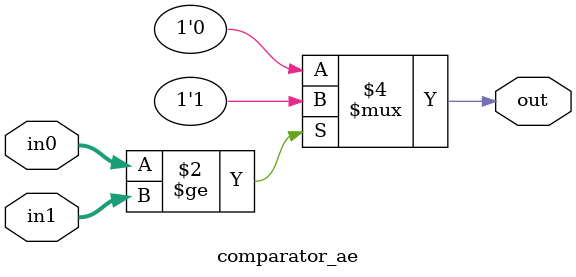
<source format=v>
module comparator_ae(input wire [32:0]in0,
							input wire [32:0]in1,
							output reg out);
					
always@( * )		
begin	
if (in0 >= in1)
	out = 1;
else 
	out = 0;
end
endmodule 
</source>
